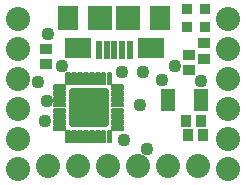
<source format=gts>
G75*
%MOIN*%
%OFA0B0*%
%FSLAX24Y24*%
%IPPOS*%
%LPD*%
%AMOC8*
5,1,8,0,0,1.08239X$1,22.5*
%
%ADD10C,0.0800*%
%ADD11C,0.0264*%
%ADD12C,0.0053*%
%ADD13R,0.0414X0.0336*%
%ADD14R,0.0375X0.0375*%
%ADD15R,0.0454X0.0769*%
%ADD16R,0.0887X0.0690*%
%ADD17R,0.0217X0.0591*%
%ADD18R,0.0808X0.0808*%
%ADD19R,0.0690X0.0808*%
%ADD20R,0.0336X0.0414*%
%ADD21C,0.0436*%
D10*
X000940Y000912D03*
X001944Y000995D03*
X002944Y000995D03*
X003944Y000995D03*
X004944Y000995D03*
X005944Y000995D03*
X006944Y000995D03*
X007940Y000912D03*
X007940Y001912D03*
X007940Y002912D03*
X007940Y003912D03*
X007940Y004912D03*
X007940Y005912D03*
X000940Y005912D03*
X000940Y004912D03*
X000940Y003912D03*
X000940Y002912D03*
X000940Y001912D03*
D11*
X002778Y003476D02*
X003834Y003476D01*
X003834Y002420D01*
X002778Y002420D01*
X002778Y003476D01*
X002778Y002683D02*
X003834Y002683D01*
X003834Y002946D02*
X002778Y002946D01*
X002778Y003209D02*
X003834Y003209D01*
X003834Y003472D02*
X002778Y003472D01*
D12*
X002522Y003377D02*
X002160Y003377D01*
X002160Y003503D01*
X002522Y003503D01*
X002522Y003377D01*
X002522Y003429D02*
X002160Y003429D01*
X002160Y003481D02*
X002522Y003481D01*
X002522Y003574D02*
X002160Y003574D01*
X002160Y003700D01*
X002522Y003700D01*
X002522Y003574D01*
X002522Y003626D02*
X002160Y003626D01*
X002160Y003678D02*
X002522Y003678D01*
X002554Y003731D02*
X002554Y004093D01*
X002680Y004093D01*
X002680Y003731D01*
X002554Y003731D01*
X002554Y003783D02*
X002680Y003783D01*
X002680Y003835D02*
X002554Y003835D01*
X002554Y003887D02*
X002680Y003887D01*
X002680Y003939D02*
X002554Y003939D01*
X002554Y003991D02*
X002680Y003991D01*
X002680Y004043D02*
X002554Y004043D01*
X002751Y004093D02*
X002751Y003731D01*
X002751Y004093D02*
X002877Y004093D01*
X002877Y003731D01*
X002751Y003731D01*
X002751Y003783D02*
X002877Y003783D01*
X002877Y003835D02*
X002751Y003835D01*
X002751Y003887D02*
X002877Y003887D01*
X002877Y003939D02*
X002751Y003939D01*
X002751Y003991D02*
X002877Y003991D01*
X002877Y004043D02*
X002751Y004043D01*
X002948Y004093D02*
X002948Y003731D01*
X002948Y004093D02*
X003074Y004093D01*
X003074Y003731D01*
X002948Y003731D01*
X002948Y003783D02*
X003074Y003783D01*
X003074Y003835D02*
X002948Y003835D01*
X002948Y003887D02*
X003074Y003887D01*
X003074Y003939D02*
X002948Y003939D01*
X002948Y003991D02*
X003074Y003991D01*
X003074Y004043D02*
X002948Y004043D01*
X003145Y004093D02*
X003145Y003731D01*
X003145Y004093D02*
X003271Y004093D01*
X003271Y003731D01*
X003145Y003731D01*
X003145Y003783D02*
X003271Y003783D01*
X003271Y003835D02*
X003145Y003835D01*
X003145Y003887D02*
X003271Y003887D01*
X003271Y003939D02*
X003145Y003939D01*
X003145Y003991D02*
X003271Y003991D01*
X003271Y004043D02*
X003145Y004043D01*
X003341Y004093D02*
X003341Y003731D01*
X003341Y004093D02*
X003467Y004093D01*
X003467Y003731D01*
X003341Y003731D01*
X003341Y003783D02*
X003467Y003783D01*
X003467Y003835D02*
X003341Y003835D01*
X003341Y003887D02*
X003467Y003887D01*
X003467Y003939D02*
X003341Y003939D01*
X003341Y003991D02*
X003467Y003991D01*
X003467Y004043D02*
X003341Y004043D01*
X003538Y004093D02*
X003538Y003731D01*
X003538Y004093D02*
X003664Y004093D01*
X003664Y003731D01*
X003538Y003731D01*
X003538Y003783D02*
X003664Y003783D01*
X003664Y003835D02*
X003538Y003835D01*
X003538Y003887D02*
X003664Y003887D01*
X003664Y003939D02*
X003538Y003939D01*
X003538Y003991D02*
X003664Y003991D01*
X003664Y004043D02*
X003538Y004043D01*
X003735Y004093D02*
X003735Y003731D01*
X003735Y004093D02*
X003861Y004093D01*
X003861Y003731D01*
X003735Y003731D01*
X003735Y003783D02*
X003861Y003783D01*
X003861Y003835D02*
X003735Y003835D01*
X003735Y003887D02*
X003861Y003887D01*
X003861Y003939D02*
X003735Y003939D01*
X003735Y003991D02*
X003861Y003991D01*
X003861Y004043D02*
X003735Y004043D01*
X003932Y004093D02*
X003932Y003731D01*
X003932Y004093D02*
X004058Y004093D01*
X004058Y003731D01*
X003932Y003731D01*
X003932Y003783D02*
X004058Y003783D01*
X004058Y003835D02*
X003932Y003835D01*
X003932Y003887D02*
X004058Y003887D01*
X004058Y003939D02*
X003932Y003939D01*
X003932Y003991D02*
X004058Y003991D01*
X004058Y004043D02*
X003932Y004043D01*
X004090Y003700D02*
X004452Y003700D01*
X004452Y003574D01*
X004090Y003574D01*
X004090Y003700D01*
X004090Y003626D02*
X004452Y003626D01*
X004452Y003678D02*
X004090Y003678D01*
X004090Y003503D02*
X004452Y003503D01*
X004452Y003377D01*
X004090Y003377D01*
X004090Y003503D01*
X004090Y003429D02*
X004452Y003429D01*
X004452Y003481D02*
X004090Y003481D01*
X004090Y003306D02*
X004452Y003306D01*
X004452Y003180D01*
X004090Y003180D01*
X004090Y003306D01*
X004090Y003232D02*
X004452Y003232D01*
X004452Y003284D02*
X004090Y003284D01*
X004090Y003109D02*
X004452Y003109D01*
X004452Y002983D01*
X004090Y002983D01*
X004090Y003109D01*
X004090Y003035D02*
X004452Y003035D01*
X004452Y003087D02*
X004090Y003087D01*
X004090Y002912D02*
X004452Y002912D01*
X004452Y002786D01*
X004090Y002786D01*
X004090Y002912D01*
X004090Y002838D02*
X004452Y002838D01*
X004452Y002890D02*
X004090Y002890D01*
X004090Y002715D02*
X004452Y002715D01*
X004452Y002589D01*
X004090Y002589D01*
X004090Y002715D01*
X004090Y002641D02*
X004452Y002641D01*
X004452Y002693D02*
X004090Y002693D01*
X004090Y002519D02*
X004452Y002519D01*
X004452Y002393D01*
X004090Y002393D01*
X004090Y002519D01*
X004090Y002445D02*
X004452Y002445D01*
X004452Y002497D02*
X004090Y002497D01*
X004090Y002322D02*
X004452Y002322D01*
X004452Y002196D01*
X004090Y002196D01*
X004090Y002322D01*
X004090Y002248D02*
X004452Y002248D01*
X004452Y002300D02*
X004090Y002300D01*
X004058Y002164D02*
X004058Y001802D01*
X003932Y001802D01*
X003932Y002164D01*
X004058Y002164D01*
X004058Y001854D02*
X003932Y001854D01*
X003932Y001906D02*
X004058Y001906D01*
X004058Y001958D02*
X003932Y001958D01*
X003932Y002010D02*
X004058Y002010D01*
X004058Y002062D02*
X003932Y002062D01*
X003932Y002114D02*
X004058Y002114D01*
X003861Y002164D02*
X003861Y001802D01*
X003735Y001802D01*
X003735Y002164D01*
X003861Y002164D01*
X003861Y001854D02*
X003735Y001854D01*
X003735Y001906D02*
X003861Y001906D01*
X003861Y001958D02*
X003735Y001958D01*
X003735Y002010D02*
X003861Y002010D01*
X003861Y002062D02*
X003735Y002062D01*
X003735Y002114D02*
X003861Y002114D01*
X003664Y002164D02*
X003664Y001802D01*
X003538Y001802D01*
X003538Y002164D01*
X003664Y002164D01*
X003664Y001854D02*
X003538Y001854D01*
X003538Y001906D02*
X003664Y001906D01*
X003664Y001958D02*
X003538Y001958D01*
X003538Y002010D02*
X003664Y002010D01*
X003664Y002062D02*
X003538Y002062D01*
X003538Y002114D02*
X003664Y002114D01*
X003467Y002164D02*
X003467Y001802D01*
X003341Y001802D01*
X003341Y002164D01*
X003467Y002164D01*
X003467Y001854D02*
X003341Y001854D01*
X003341Y001906D02*
X003467Y001906D01*
X003467Y001958D02*
X003341Y001958D01*
X003341Y002010D02*
X003467Y002010D01*
X003467Y002062D02*
X003341Y002062D01*
X003341Y002114D02*
X003467Y002114D01*
X003271Y002164D02*
X003271Y001802D01*
X003145Y001802D01*
X003145Y002164D01*
X003271Y002164D01*
X003271Y001854D02*
X003145Y001854D01*
X003145Y001906D02*
X003271Y001906D01*
X003271Y001958D02*
X003145Y001958D01*
X003145Y002010D02*
X003271Y002010D01*
X003271Y002062D02*
X003145Y002062D01*
X003145Y002114D02*
X003271Y002114D01*
X003074Y002164D02*
X003074Y001802D01*
X002948Y001802D01*
X002948Y002164D01*
X003074Y002164D01*
X003074Y001854D02*
X002948Y001854D01*
X002948Y001906D02*
X003074Y001906D01*
X003074Y001958D02*
X002948Y001958D01*
X002948Y002010D02*
X003074Y002010D01*
X003074Y002062D02*
X002948Y002062D01*
X002948Y002114D02*
X003074Y002114D01*
X002877Y002164D02*
X002877Y001802D01*
X002751Y001802D01*
X002751Y002164D01*
X002877Y002164D01*
X002877Y001854D02*
X002751Y001854D01*
X002751Y001906D02*
X002877Y001906D01*
X002877Y001958D02*
X002751Y001958D01*
X002751Y002010D02*
X002877Y002010D01*
X002877Y002062D02*
X002751Y002062D01*
X002751Y002114D02*
X002877Y002114D01*
X002680Y002164D02*
X002680Y001802D01*
X002554Y001802D01*
X002554Y002164D01*
X002680Y002164D01*
X002680Y001854D02*
X002554Y001854D01*
X002554Y001906D02*
X002680Y001906D01*
X002680Y001958D02*
X002554Y001958D01*
X002554Y002010D02*
X002680Y002010D01*
X002680Y002062D02*
X002554Y002062D01*
X002554Y002114D02*
X002680Y002114D01*
X002522Y002196D02*
X002160Y002196D01*
X002160Y002322D01*
X002522Y002322D01*
X002522Y002196D01*
X002522Y002248D02*
X002160Y002248D01*
X002160Y002300D02*
X002522Y002300D01*
X002522Y002393D02*
X002160Y002393D01*
X002160Y002519D01*
X002522Y002519D01*
X002522Y002393D01*
X002522Y002445D02*
X002160Y002445D01*
X002160Y002497D02*
X002522Y002497D01*
X002522Y002589D02*
X002160Y002589D01*
X002160Y002715D01*
X002522Y002715D01*
X002522Y002589D01*
X002522Y002641D02*
X002160Y002641D01*
X002160Y002693D02*
X002522Y002693D01*
X002522Y002786D02*
X002160Y002786D01*
X002160Y002912D01*
X002522Y002912D01*
X002522Y002786D01*
X002522Y002838D02*
X002160Y002838D01*
X002160Y002890D02*
X002522Y002890D01*
X002522Y002983D02*
X002160Y002983D01*
X002160Y003109D01*
X002522Y003109D01*
X002522Y002983D01*
X002522Y003035D02*
X002160Y003035D01*
X002160Y003087D02*
X002522Y003087D01*
X002522Y003180D02*
X002160Y003180D01*
X002160Y003306D01*
X002522Y003306D01*
X002522Y003180D01*
X002522Y003232D02*
X002160Y003232D01*
X002160Y003284D02*
X002522Y003284D01*
D13*
X001873Y004389D03*
X001873Y004900D03*
X006637Y004711D03*
X007145Y004570D03*
X006637Y004200D03*
X007145Y005082D03*
D14*
X007172Y005625D03*
X006570Y005625D03*
X006570Y006215D03*
X007172Y006215D03*
D15*
X007038Y003184D03*
X005936Y003184D03*
D16*
X005373Y004924D03*
X002932Y004924D03*
D17*
X003641Y004875D03*
X003897Y004875D03*
X004152Y004875D03*
X004408Y004875D03*
X004664Y004875D03*
D18*
X004625Y005928D03*
X003680Y005928D03*
D19*
X002617Y005928D03*
X005688Y005928D03*
D20*
X006538Y002511D03*
X007050Y002511D03*
X007113Y002034D03*
X006601Y002034D03*
D21*
X005243Y001554D03*
X004483Y001873D03*
X004995Y003034D03*
X005735Y003853D03*
X006184Y004345D03*
X007058Y003822D03*
X005101Y004145D03*
X004428Y004145D03*
X002400Y004341D03*
X001621Y003782D03*
X001900Y003160D03*
X001845Y002511D03*
X001960Y005412D03*
M02*

</source>
